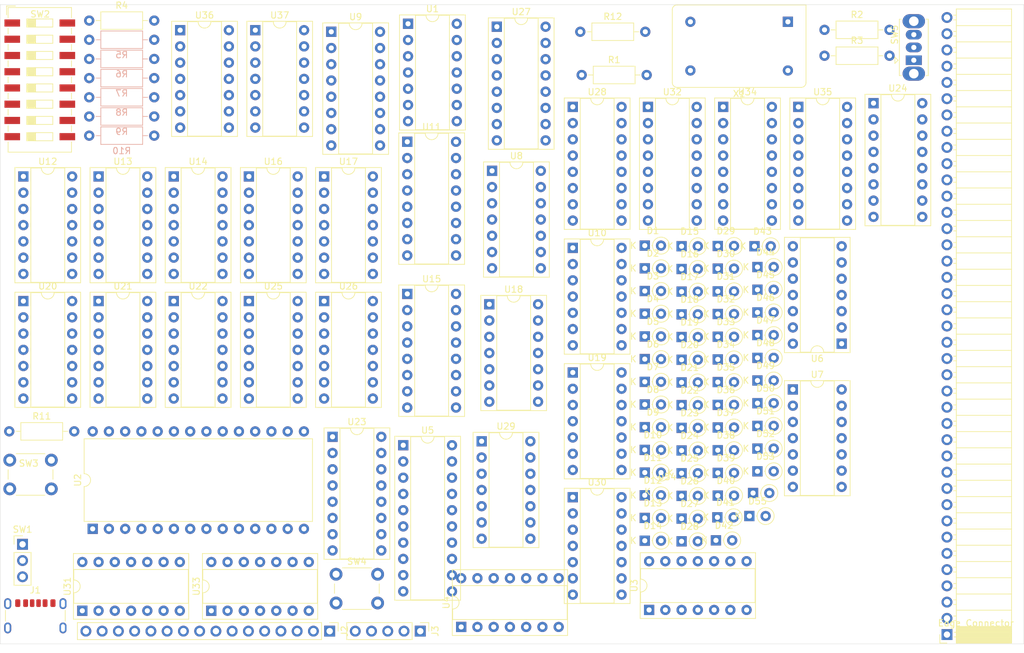
<source format=kicad_pcb>
(kicad_pcb (version 20240108) (generator "pcbnew") (generator_version "8.0")
  (layers (0 "F.Cu" signal) (31 "B.Cu" signal) (34 "B.Paste" user) (35 "F.Paste" user) (36 "B.SilkS" user "B.Silkscreen") (37 "F.SilkS" user "F.Silkscreen") (38 "B.Mask" user) (39 "F.Mask" user) (44 "Edge.Cuts" user))
  (net 0 "")
  (net 1 "GND")
  (net 2 "/D2")
  (net 3 "ST")
  (net 4 "/D1")
  (net 5 "OPERATION")
  (net 6 "/D4")
  (net 7 "/D0")
  (net 8 "/D6")
  (net 9 "/D7")
  (net 10 "outputA")
  (net 11 "+5V")
  (net 12 "Net-(D6-K)")
  (net 13 "ROMnCS")
  (net 14 "Net-(D10-K)")
  (net 15 "/D3")
  (net 16 "/D5")
  (net 17 "outputLI")
  (net 18 "WRITE")
  (net 19 "outputTEMP")
  (net 20 "CLK")
  (net 21 "MEMACCESS")
  (net 22 "Net-(D18-A)")
  (net 23 "Net-(D18-K)")
  (net 24 "Net-(D20-A)")
  (net 25 "/BOUT0")
  (net 26 "/BOUT2")
  (net 27 "/BOUT3")
  (net 28 "/BOUT1")
  (net 29 "Net-(D20-K)")
  (net 30 "Net-(D21-A)")
  (net 31 "Net-(D22-A)")
  (net 32 "Net-(D26-A)")
  (net 33 "AB")
  (net 34 "Net-(D28-K)")
  (net 35 "/SI0")
  (net 36 "/SI3")
  (net 37 "/SI2")
  (net 38 "/SI1")
  (net 39 "nLDINST")
  (net 40 "nAB")
  (net 41 "/Inst2")
  (net 42 "nCIN")
  (net 43 "Net-(D30-K)")
  (net 44 "SignFlag")
  (net 45 "/Inst0")
  (net 46 "/Inst1")
  (net 47 "Net-(D34-K)")
  (net 48 "Net-(D34-A)")
  (net 49 "LDINST")
  (net 50 "Net-(D35-A)")
  (net 51 "RESET")
  (net 52 "NAND")
  (net 53 "JP")
  (net 54 "LD")
  (net 55 "JPC")
  (net 56 "CMP")
  (net 57 "LDI")
  (net 58 "ADD")
  (net 59 "Net-(D36-A)")
  (net 60 "Net-(D37-A)")
  (net 61 "PerformJump")
  (net 62 "Net-(D38-A)")
  (net 63 "Net-(D40-K)")
  (net 64 "Net-(D42-K)")
  (net 65 "ADDRESSING")
  (net 66 "ALUOP")
  (net 67 "Net-(D44-K)")
  (net 68 "OP1")
  (net 69 "OP2")
  (net 70 "Net-(D46-A)")
  (net 71 "Net-(D46-K)")
  (net 72 "INCPC")
  (net 73 "Net-(D47-A)")
  (net 74 "/AOUT0")
  (net 75 "/AOUT1")
  (net 76 "Net-(D48-A)")
  (net 77 "/AOUT2")
  (net 78 "writeA")
  (net 79 "/TEMPOUT1")
  (net 80 "/TEMPOUT3")
  (net 81 "/TEMPOUT0")
  (net 82 "Net-(D48-K)")
  (net 83 "/TEMPOUT2")
  (net 84 "Net-(D49-A)")
  (net 85 "writeB")
  (net 86 "Net-(D50-A)")
  (net 87 "Net-(D51-A)")
  (net 88 "Net-(D52-A)")
  (net 89 "Net-(D53-A)")
  (net 90 "Net-(D54-A)")
  (net 91 "Net-(D55-A)")
  (net 92 "Net-(U1-Pad8)")
  (net 93 "Net-(U34-CEP)")
  (net 94 "Net-(U2-~{OE})")
  (net 95 "/A0")
  (net 96 "/A2")
  (net 97 "/A7")
  (net 98 "/A4")
  (net 99 "/A5")
  (net 100 "/A3")
  (net 101 "/A6")
  (net 102 "/A1")
  (net 103 "/DB2")
  (net 104 "/DB0")
  (net 105 "/DB1")
  (net 106 "/DB3")
  (net 107 "outputB")
  (net 108 "Net-(U10-Pad8)")
  (net 109 "Net-(U11-S2)")
  (net 110 "Net-(U11-S3)")
  (net 111 "Net-(U11-S1)")
  (net 112 "CIN")
  (net 113 "Net-(U11-S4)")
  (net 114 "COUT")
  (net 115 "Net-(U12-Pad11)")
  (net 116 "Net-(U12-Pad3)")
  (net 117 "Net-(U12-Pad6)")
  (net 118 "Net-(U12-Pad8)")
  (net 119 "outputSI")
  (net 120 "Net-(U35-CP)")
  (net 121 "Net-(U14-Pad8)")
  (net 124 "Net-(U15-Q0)")
  (net 126 "Net-(U15-Q1)")
  (net 127 "ZeroFlag")
  (net 128 "Net-(U16-Pad4)")
  (net 129 "EqualFlag")
  (net 130 "Net-(U16-Pad2)")
  (net 131 "Net-(U16-Pad6)")
  (net 132 "/ALU0")
  (net 133 "CRES")
  (net 134 "/ALU1")
  (net 135 "/ALU2")
  (net 136 "/ALU3")
  (net 137 "Net-(U35-~{MR})")
  (net 143 "Net-(U25-Pad3)")
  (net 144 "Net-(U25-Pad13)")
  (net 146 "Net-(U32-O0)")
  (net 147 "Net-(U32-O2)")
  (net 148 "Net-(U32-O1)")
  (net 149 "Net-(U32-O3)")
  (net 150 "Net-(U32-O4)")
  (net 151 "Device0")
  (net 152 "Net-(U32-O7)")
  (net 153 "Device3")
  (net 154 "Device2")
  (net 155 "Net-(U32-O5)")
  (net 156 "Net-(U32-O6)")
  (net 157 "Device1")
  (net 158 "Net-(U34-Q0)")
  (net 159 "Net-(U34-Q3)")
  (net 160 "Net-(U34-Q2)")
  (net 161 "Net-(U34-Q1)")
  (net 162 "Net-(U35-Q2)")
  (net 163 "Net-(U35-Q0)")
  (net 164 "Net-(U35-Q1)")
  (net 165 "Net-(U35-Q3)")
  (net 167 "Net-(U14-Pad11)")
  (net 169 "Net-(J1-CC1)")
  (net 170 "Net-(J1-CC2)")
  (net 171 "Net-(U2-A12)")
  (net 172 "Net-(U2-A14)")
  (net 173 "Net-(U2-A8)")
  (net 174 "Net-(U2-A11)")
  (net 175 "Net-(U2-A10)")
  (net 176 "Net-(U2-A13)")
  (net 177 "Net-(U2-A9)")
  (net 178 "Net-(SW5-A)")
  (net 179 "Net-(SW1-A)")
  (net 180 "Net-(SW1-C)")
  (net 182 "Net-(SW5-B)")
  (footprint "Package_DIP:DIP-14_W7.62mm_Socket" (layer "F.Cu") (at 84.5 120.81 90)
    (property "Reference" "U33")
    (property "Value" "PCL_BUFFER")
  )
  (footprint "Package_DIP:DIP-14_W7.62mm_Socket" (layer "F.Cu") (at 66.88 52.88)
    (property "Reference" "U13")
    (property "Value" "SI_BUFFER")
  )
  (footprint "Connector_USB:USB_C_Receptacle_GCT_USB4125-xx-x_6P_TopMnt_Horizontal" (layer "F.Cu") (at 57 122.7)
    (property "Reference" "J1")
    (property "Value" "USB")
  )
  (footprint "Button_Switch_THT:SW_Slide_SPDT_Straight_CK_OS102011MS2Q" (layer "F.Cu") (at 194.2975 34.7025 90)
    (property "Reference" "SW5")
    (property "Value" "SW_SPDT")
  )
  (footprint "Diode_THT:D_DO-35_SOD27_P2.54mm_Vertical_KathodeUp" (layer "F.Cu") (at 152.25 85)
    (property "Reference" "D7")
    (property "Value" "D")
  )
  (footprint "Diode_THT:D_DO-35_SOD27_P2.54mm_Vertical_KathodeUp" (layer "F.Cu") (at 168.6 106)
    (property "Reference" "D55")
    (property "Value" "D")
  )
  (footprint "Diode_THT:D_DO-35_SOD27_P2.54mm_Vertical_KathodeUp" (layer "F.Cu") (at 158 92.2)
    (property "Reference" "D23")
    (property "Value" "D")
  )
  (footprint "Package_DIP:DIP-16_W7.62mm_Socket" (layer "F.Cu") (at 188 41.42)
    (property "Reference" "U24")
    (property "Value" "AREG")
  )
  (footprint "Package_DIP:DIP-14_W7.62mm_Socket" (layer "F.Cu") (at 141 103.05)
    (property "Reference" "U30")
    (property "Value" "DEVICES_BUFFER")
  )
  (footprint "Diode_THT:D_DO-35_SOD27_P2.54mm_Vertical_KathodeUp" (layer "F.Cu") (at 169.86 95.45)
    (property "Reference" "D52")
    (property "Value" "D")
  )
  (footprint "Package_DIP:DIP-14_W7.62mm_Socket" (layer "F.Cu") (at 55.13 52.88)
    (property "Reference" "U12")
    (property "Value" "ALU_NAND")
  )
  (footprint "Resistor_THT:R_Axial_DIN0207_L6.3mm_D2.5mm_P10.16mm_Horizontal" (layer "F.Cu") (at 142.17 30.25)
    (property "Reference" "R12")
    (property "Value" "10k")
  )
  (footprint "Package_DIP:DIP-14_W7.62mm_Socket" (layer "F.Cu") (at 128.38 52)
    (property "Reference" "U8")
    (property "Value" "74LS125")
  )
  (footprint "Oscillator:Oscillator_DIP-14" (layer "F.Cu") (at 174.62 28.69 180)
    (property "Reference" "X1")
    (property "Value" "1MHz")
  )
  (footprint "Package_DIP:DIP-14_W7.62mm_Socket" (layer "F.Cu") (at 90.38 72.38)
    (property "Reference" "U25")
    (property "Value" "74LS00")
  )
  (footprint "Diode_THT:D_DO-35_SOD27_P2.54mm_Vertical_KathodeUp" (layer "F.Cu") (at 158 63.8)
    (property "Reference" "D15")
    (property "Value" "D")
  )
  (footprint "Button_Switch_THT:SW_PUSH_6mm_H5mm" (layer "F.Cu") (at 53 97.25)
    (property "Reference" "SW3")
    (property "Value" "SW_Push")
  )
  (footprint "Package_DIP:DIP-14_W7.62mm_Socket" (layer "F.Cu") (at 127.95 72.875)
    (property "Reference" "U18")
    (property "Value" "ALU_NAND_BUFFER")
  )
  (footprint "Package_DIP:DIP-14_W7.62mm_Socket" (layer "F.Cu") (at 64.34 120.81 90)
    (property "Reference" "U31")
    (property "Value" "PCH_BUFFER")
  )
  (footprint "Package_DIP:DIP-16_W7.62mm_Socket" (layer "F.Cu") (at 164.5 42)
    (property "Reference" "U34")
    (property "Value" "PCH")
  )
  (footprint "Diode_THT:D_DO-35_SOD27_P2.54mm_Vertical_KathodeUp" (layer "F.Cu") (at 158 78)
    (property "Reference" "D19")
    (property "Value" "D")
  )
  (footprint "Diode_THT:D_DO-35_SOD27_P2.54mm_Vertical_KathodeUp" (layer "F.Cu") (at 152.25 77.9)
    (property "Reference" "D5")
    (property "Value" "D")
  )
  (footprint "Resistor_THT:R_Axial_DIN0207_L6.3mm_D2.5mm_P10.16mm_Horizontal" (layer "F.Cu") (at 65.42 28.5)
    (property "Reference" "R4")
    (property "Value" "10K")
  )
  (footprint "Package_DIP:DIP-16_W7.62mm_Socket" (layer "F.Cu") (at 152.75 42)
    (property "Reference" "U32")
    (property "Value" "74LS138")
  )
  (footprint "Diode_THT:D_DO-35_SOD27_P2.54mm_Vertical_KathodeUp" (layer "F.Cu") (at 152.25 102.75)
    (property "Reference" "D12")
    (property "Value" "D")
  )
  (footprint "Diode_THT:D_DO-35_SOD27_P2.54mm_Vertical_KathodeUp" (layer "F.Cu") (at 163.66 81.5)
    (property "Reference" "D34")
    (property "Value" "D")
  )
  (footprint "Diode_THT:D_DO-35_SOD27_P2.54mm_Vertical_KathodeUp" (layer "F.Cu") (at 152.25 106.3)
    (property "Reference" "D13")
    (property "Value" "D")
  )
  (footprint "Diode_THT:D_DO-35_SOD27_P2.54mm_Vertical_KathodeUp" (layer "F.Cu") (at 152.25 92.1)
    (property "Reference" "D9")
    (property "Value" "D")
  )
  (footprint "Resistor_THT:R_Axial_DIN0207_L6.3mm_D2.5mm_P10.16mm_Horizontal" (layer "F.Cu") (at 180.34 29.95)
    (property "Reference" "R2")
    (property "Value" "5.1K")
  )
  (footprint "Connector_PinHeader_2.54mm:PinHeader_1x16_P2.54mm_Vertical" (layer "F.Cu") (at 103 124 -90)
    (property "Reference" "J2")
    (property "Value" "READOUT")
  )
  (footprint "Package_DIP:DIP-14_W7.62mm_Socket" (layer "F.Cu") (at 102.13 52.88)
    (property "Reference" "U17")
    (property "Value" "MISC")
  )
  (footprint "Connector_PinHeader_2.54mm:PinHeader_1x03_P2.54mm_Vertical" (layer "F.Cu") (at 55 110.42)
    (property "Reference" "SW1")
    (property "Value" "SW_SPDT")
  )
  (footprint "Diode_THT:D_DO-35_SOD27_P2.54mm_Vertical_KathodeUp" (layer "F.Cu") (at 169.4 63.8)
    (property "Reference" "D43")
    (property "Value" "D")
  )
  (footprint "Package_DIP:DIP-14_W7.62mm_Socket" (layer "F.Cu") (at 126.75 94.3)
    (property "Reference" "U29")
    (property "Value" "FLAGS_BUFFER")
  )
  (footprint "Package_DIP:DIP-16_W7.62mm_Socket" (layer "F.Cu") (at 141 42)
    (property "Reference" "U28")
    (property "Value" "BREG")
  )
  (footprint "Package_DIP:DIP-14_W7.62mm_Socket" (layer "F.Cu") (at 123.555 123.345 90)
    (property "Reference" "U4")
    (property "Value" "DB_OUT_BUFFER")
  )
  (footprint "Diode_THT:D_DO-35_SOD27_P2.54mm_Vertical_KathodeUp" (layer "F.Cu") (at 163.66 85.05)
    (property "Reference" "D35")
    (property "Value" "D")
  )
  (footprint "Package_DIP:DIP-14_W7.62mm_Socket" (layer "F.Cu") (at 115.25 29)
    (property "Reference" "U1")
    (property "Value" "74LS14")
  )
  (footprint "Package_DIP:DIP-16_W7.62mm_Socket" (layer "F.Cu") (at 176.25 42)
    (property "Reference" "U35")
    (property "Value" "PCL")
  )
  (footprint "Diode_THT:D_DO-35_SOD27_P2.54mm_Vertical_KathodeUp" (layer "F.Cu") (at 158 102.85)
    (property "Reference" "D26")
    (property "Value" "D")
  )
  (footprint "Diode_THT:D_DO-35_SOD27_P2.54mm_Vertical_KathodeUp" (layer "F.Cu") (at 163.66 102.8)
    (property "Reference" "D40")
    (property "Value" "D")
  )
  (footprint "Diode_THT:D_DO-35_SOD27_P2.54mm_Vertical_KathodeUp" (layer "F.Cu") (at 169.86 67.05)
    (property "Reference" "D44")
    (property "Value" "D")
  )
  (footprint "Package_DIP:DIP-14_W7.62mm_Socket" (layer "F.Cu") (at 91.38 30)
    (property "Reference" "U37")
    (property "Value" "SI_ADR_BUFFER")
  )
  (footprint "Diode_THT:D_DO-35_SOD27_P2.54mm_Vertical_KathodeUp" (layer "F.Cu") (at 152.25 63.7)
    (property "Reference" "D1")
    (property "Value" "D")
  )
  (footprint "Package_DIP:DIP-16_W7.62mm_Socket" (layer "F.Cu") (at 103.25 30.25)
    (property "Reference" "U9")
    (property "Value" "74LS138")
  )
  (footprint "Connector_PinSocket_2.54mm:PinSocket_1x39_P2.54mm_Horizontal" (layer "F.Cu") (at 199.48 124.54 180)
    (property "Reference" "Edge Connector")
    (property "Value" "PinSocket_1x39_P2.54mm_Horizontal")
  )
  (footprint "Diode_THT:D_DO-35_SOD27_P2.54mm_Vertical_KathodeUp" (layer "F.Cu") (at 163.66 77.95)
    (property "Reference" "D33")
    (property "Value" "D")
  )
  (footprint "Resistor_THT:R_Axial_DIN0207_L6.3mm_D2.5mm_P10.16mm_Horizontal" (layer "F.Cu") (at 142.39 37.01)
    (property "Reference" "R1")
    (property "Value" "1k")
  )
  (footprint "Diode_THT:D_DO-35_SOD27_P2.54mm_Vertical_KathodeUp" (layer "F.Cu") (at 158 85.1)
    (property "Reference" "D21")
    (property "Value" "D")
  )
  (footprint "Diode_THT:D_DO-35_SOD27_P2.54mm_Vertical_KathodeUp" (layer "F.Cu") (at 169.86 70.6)
    (property "Reference" "D45")
    (property "Value" "D")
  )
  (footprint "Diode_THT:D_DO-35_SOD27_P2.54mm_Vertical_KathodeUp" (layer "F.Cu") (at 169.86 99)
    (property "Reference" "D53")
    (property "Value" "D")
  )
  (footprint "Diode_THT:D_DO-35_SOD27_P2.54mm_Vertical_KathodeUp" (layer "F.Cu") (at 152.25 67.25)
    (property "Reference" "D2")
    (property "Value" "D")
  )
  (footprint "Diode_THT:D_DO-35_SOD27_P2.54mm_Vertical_KathodeUp" (layer "F.Cu") (at 158 99.3)
    (property "Reference" "D25")
    (property "Value" "D")
  )
  (footprint "Resistor_THT:R_Axial_DIN0207_L6.3mm_D2.5mm_P10.16mm_Horizontal" (layer "F.Cu") (at 180.34 34)
    (property "Reference" "R3")
    (property "Value" "5.1K")
  )
  (footprint "Diode_THT:D_DO-35_SOD27_P2.54mm_Vertical_KathodeUp" (layer "F.Cu") (at 163.66 95.7)
    (property "Reference" "D38")
    (property "Value" "D")
  )
  (footprint "Diode_THT:D_DO-35_SOD27_P2.54mm_Vertical_KathodeUp" (layer "F.Cu") (at 158 106.4)
    (property "Reference" "D27")
    (property "Value" "D")
  )
  (footprint "Diode_THT:D_DO-35_SOD27_P2.54mm_Vertical_KathodeUp" (layer "F.Cu") (at 163.66 99.25)
    (property "Reference" "D39")
    (property "Value" "D")
  )
  (footprint "Diode_THT:D_DO-35_SOD27_P2.54mm_Vertical_KathodeUp" (layer "F.Cu") (at 163.66 88.6)
    (property "Reference" "D36")
    (property "Value" "D")
  )
  (footprint "Diode_THT:D_DO-35_SOD27_P2.54mm_Vertical_KathodeUp" (layer "F.Cu") (at 169.86 77.7)
    (property "Reference" "D47")
    (property "Value" "D")
  )
  (footprint "Diode_THT:D_DO-35_SOD27_P2.54mm_Vertical_KathodeUp" (layer "F.Cu") (at 158 81.55)
    (property "Reference" "D20")
    (property "Value" "D")
  )
  (footprint "Diode_THT:D_DO-35_SOD27_P2.54mm_Vertical_KathodeUp" (layer "F.Cu") (at 158 95.75)
    (property "Reference" "D24")
    (property "Value" "D")
  )
  (footprint "Diode_THT:D_DO-35_SOD27_P2.54mm_Vertical_KathodeUp" (layer "F.Cu") (at 163.66 70.85)
    (property "Reference" "D31")
    (property "Value" "D")
  )
  (footprint "Diode_THT:D_DO-35_SOD27_P2.54mm_Vertical_KathodeUp" (layer "F.Cu") (at 152.25 109.85)
    (property "Reference" "D14")
    (property "Value" "D")
  )
  (footprint "Diode_THT:D_DO-35_SOD27_P2.54mm_Vertical_KathodeUp" (layer "F.Cu") (at 152.25 81.45)
    (property "Reference" "D6")
    (property "Value" "D")
  )
  (footprint "Diode_THT:D_DO-35_SOD27_P2.54mm_Vertical_KathodeUp" (layer "F.Cu") (at 169.86 91.9)
    (property "Reference" "D51")
    (property "Value" "D")
  )
  (footprint "Diode_THT:D_DO-35_SOD27_P2.54mm_Vertical_KathodeUp" (layer "F.Cu") (at 163.66 63.75)
    (property "Reference" "D29")
    (property "Value" "D")
  )
  (footprint "Package_DIP:DIP-14_W7.62mm_Socket" (layer "F.Cu") (at 152.925 120.685 90)
    (property "Reference" "U3")
    (property "Value" "B_OUT_BUFFER")
  )
  (footprint "Diode_THT:D_DO-35_SOD27_P2.54mm_Vertical_KathodeUp" (layer "F.Cu") (at 169.86 81.25)
    (property "Reference" "D48")
    (property "Value" "D")
  )
  (footprint "Diode_THT:D_DO-35_SOD27_P2.54mm_Vertical_KathodeUp" (layer "F.Cu") (at 163.66 67.3)
    (property "Reference" "D30")
    (property "Value" "D")
  )
  (footprint "Diode_THT:D_DO-35_SOD27_P2.54mm_Vertical_KathodeUp" (layer "F.Cu") (at 163.374315 109.8)
    (property "Reference" "D42")
    (property "Value" "D")
  )
  (footprint "Package_DIP:DIP-14_W7.62mm_Socket" (layer "F.Cu") (at 90.38 52.88)
    (property "Reference" "U16")
    (property "Value" "74LS14")
  )
  (footprint "Diode_THT:D_DO-35_SOD27_P2.54mm_Vertical_KathodeUp" (layer "F.Cu") (at 152.25 95.65)
    (property "Reference" "D10")
    (property "Value" "D")
  )
  (footprint "Package_DIP:DIP-14_W7.62mm_Socket" (layer "F.Cu") (at 79.63 30)
    (property "Reference" "U36")
    (property "Value" "ADR_BUFFER")
  )
  (footprint "Package_DIP:DIP-16_W7.62mm_Socket" (layer "F.Cu") (at 115.13 47.46)
    (property "Reference" "U11")
    (property "Value" "ALU_ADD")
  )
  (footprint "Diode_THT:D_DO-35_SOD27_P2.54mm_Vertical_KathodeUp" (layer "F.Cu") (at 158 70.9)
    (property "Reference" "D17")
    (property "Value" "D")
  )
  (footprint "Diode_THT:D_DO-35_SOD27_P2.54mm_Vertical_KathodeUp" (layer "F.Cu") (at 163.6 106.2)
    (property "Reference" "D41")
    (property "Value" "D")
  )
  (footprint "Diode_THT:D_DO-35_SOD27_P2.54mm_Vertical_KathodeUp" (layer "F.Cu") (at 152.25 88.55)
    (property "Reference" "D8")
    (property "Value" "D")
  )
  (footprint "Package_DIP:DIP-14_W7.62mm_Socket" (layer "F.Cu") (at 183.02 79.04 180)
    (property "Reference" "U6")
    (property "Value" "TEMP_BUFFER")
  )
  (footprint "Package_DIP:DIP-14_W7.62mm_Socket" (layer "F.Cu") (at 175.4 86.2)
    (property "Reference" "U7")
    (property "Value" "B_BUFFER")
  )
  (footprint "Button_Switch_SMD:SW_DIP_SPSTx08_Slide_9.78x22.5mm_W8.61mm_P2.54mm" (layer "F.Cu") (at 57.695 37.77)
    (property "Reference" "SW2")
    (property "Value" "PRG_SELECT")
  )
  (footprint "Diode_THT:D_DO-35_SOD27_P2.54mm_Vertical_KathodeUp" (layer "F.Cu") (at 158 109.95)
    (property "Reference" "D28")
    (property "Value" "D")
  )
  (footprint "Package_DIP:DIP-14_W7.62mm_Socket" (layer "F.Cu") (at 102.13 72.38)
    (property "Reference" "U26")
    (property "Value" "XOR_EQUAL")
  )
  (footprint "Diode_THT:D_DO-35_SOD27_P2.54mm_Vertical_KathodeUp" (layer "F.Cu") (at 163.66 74.4)
    (property "Reference" "D32")
    (property "Value" "D")
  )
  (footprint "Package_DIP:DIP-16_W7.62mm_Socket" (layer "F.Cu") (at 129.13 29.46)
    (property "Reference" "U27")
    (property "Value" "TEMP")
  )
  (footprint "Package_DIP:DIP-20_W7.62mm_Socket" (layer "F.Cu") (at 114.5 94.92)
    (property "Reference" "U5")
    (property "Value" "INSTSTORe")
  )
  (footprint "Resistor_THT:R_Axial_DIN0207_L6.3mm_D2.5mm_P10.16mm_Horizontal" (layer "F.Cu") (at 52.92 92.75)
    (property "Reference" "R11")
    (property "Value" "10k")
  )
  (footprint "Package_DIP:DIP-16_W7.62mm_Socket" (layer "F.Cu") (at 103.45 93.6)
    (property "Reference" "U23")
    (property "Value" "CLKDIV2")
  )
  (footprint "Diode_THT:D_DO-35_SOD27_P2.54mm_Vertical_KathodeUp" (layer "F.Cu") (at 169.86 74.15)
    (property "Reference" "D46")
    (property "Value" "D")
  )
  (footprint "Diode_THT:D_DO-35_SOD27_P2.54mm_Vertical_KathodeUp" (layer "F.Cu") (at 152.25 70.8)
    (property "Reference" "D3")
    (property "Value" "D")
  )
  (footprint "Diode_THT:D_DO-35_SOD27_P2.54mm_Vertical_KathodeUp" (layer "F.Cu") (at 158 67.35)
    (property "Reference" "D16")
    (property "Value" "D")
  )
  (footprint "Diode_THT:D_DO-35_SOD27_P2.54mm_Vertical_KathodeUp" (layer "F.Cu") (at 169.86 88.35)
    (property "Reference" "D50")
    (property "Value" "D")
  )
  (footprint "Package_DIP:DIP-28_W15.24mm" (layer "F.Cu") (at 65.96 108 90)
    (property "Reference" "U2")
    (property "Value" "MEMORY")
  )
  (footprint "Diode_THT:D_DO-35_SOD27_P2.54mm_Vertical_KathodeUp" (layer "F.Cu") (at 158 88.65)
    (property "Reference" "D22")
    (property "Value" "D")
  )
  (footprint "Package_DIP:DIP-14_W7.62mm_Socket" (layer "F.Cu") (at 141 83.55)
    (property "Reference" "U19")
    (property "Value" "74LS11")
  )
  (footprint "Package_DIP:DIP-14_W7.62mm_Socket" (layer "F.Cu") (at 141 64.05)
    (property "Reference" "U10")
    (property "Value" "74LS11")
  )
  (footprint "Diode_THT:D_DO-35_SOD27_P2.54mm_Vertical_KathodeUp" (layer "F.Cu") (at 163.66 92.15)
    (property "Reference" "D37")
    (property "Value" "D")
  )
  (footprint "Package_DIP:DIP-14_W7.62mm_Socket" (layer "F.Cu") (at 78.63 52.88)
    (property "Reference" "U14")
    (property "Value" "74LS00")
  )
  (footprint "Diode_THT:D_DO-35_SOD27_P2.54mm_Vertical_KathodeUp" (layer "F.Cu") (at 158 74.45)
    (property "Reference" "D18")
    (property "Value" "D")
  )
  (footprint "Connector_PinHeader_2.54mm:PinHeader_1x05_P2.54mm_Vertical" (layer "F.Cu") (at 117.16 124 -90)
    (property "Reference" "J3")
    (property "Value" "DEVICES")
  )
  (footprint "Diode_THT:D_DO-35_SOD27_P2.54mm_Vertical_KathodeUp" (layer "F.Cu") (at 169.174315 102.4)
    (property "Reference" "D54")
    (property "Value" "D")
  )
  (footprint "Diode_THT:D_DO-35_SOD27_P2.54mm_Vertical_KathodeUp" (layer "F.Cu") (at 169.86 84.8)
    (property "Reference" "D49")
    (property "Value" "D")
  )
  (footprint "Package_DIP:DIP-14_W7.62mm_Socket" (layer "F.Cu") (at 78.63 72.38)
    (property "Reference" "U22")
    (property "Value" "ALU_ADD_BUFFER")
  )
  (footprint "Package_DIP:DIP-14_W7.62mm_Socket" (layer "F.Cu") (at 55.13 72.38)
    (property "Reference" "U20")
    (property "Value" "74LS11")
  )
  (footprint "Package_DIP:DIP-14_W7.62mm_Socket" (layer "F.Cu") (at 66.88 72.38)
    (property "Reference" "U21")
    (property "Value" "A_BUFFER")
  )
  (footprint "Diode_THT:D_DO-35_SOD27_P2.54mm_Vertical_KathodeUp" (layer "F.Cu") (at 152.25 74.35)
    (property "Reference" "D4")
    (property "Value" "D")
  )
  (footprint "Diode_THT:D_DO-35_SOD27_P2.54mm_Vertical_KathodeUp" (layer "F.Cu") (at 152.25 99.2)
    (property "Reference" "D11")
    (property "Value" "D")
  )
  (footprint "Package_DIP:DIP-16_W7.62mm_Socket" (layer "F.Cu") (at 115.13 71.25)
    (property "Reference" "U15")
    (property "Value" "CLKDIV")
  )
  (footprint "Button_Switch_THT:SW_PUSH_6mm_H5mm" (layer "F.Cu") (at 104 115.1)
    (property "Reference" "SW4")
    (property "Value" "SW_Push")
  )
  (footprint "Resistor_THT:R_Axial_DIN0207_L6.3mm_D2.5mm_P10.16mm_Horizontal" (layer "B.Cu") (at 65.42 31.5)
    (property "Reference" "R5")
    (property "Value" "10K")
  )
  (footprint "Resistor_THT:R_Axial_DIN0207_L6.3mm_D2.5mm_P10.16mm_Horizontal" (layer "B.Cu") (at 65.42 40.5)
    (property "Reference" "R8")
    (property "Value" "10K")
  )
  (footprint "Resistor_THT:R_Axial_DIN0207_L6.3mm_D2.5mm_P10.16mm_Horizontal" (layer "B.Cu") (at 65.42 46.5)
    (property "Reference" "R10")
    (property "Value" "10K")
  )
  (footprint "Resistor_THT:R_Axial_DIN0207_L6.3mm_D2.5mm_P10.16mm_Horizontal" (layer "B.Cu") (at 65.42 43.5)
    (property "Reference" "R9")
    (property "Value" "10K")
  )
  (footprint "Resistor_THT:R_Axial_DIN0207_L6.3mm_D2.5mm_P10.16mm_Horizontal" (layer "B.Cu") (at 65.42 34.5)
    (property "Reference" "R6")
    (property "Value" "10K")
  )
  (footprint "Resistor_THT:R_Axial_DIN0207_L6.3mm_D2.5mm_P10.16mm_Horizontal" (layer "B.Cu") (at 65.42 37.5)
    (property "Reference" "R7")
    (property "Value" "10K")
  )
  (gr_rect (start 51.5 26) (end 211.5 126) (stroke (width 0.05)) (fill none) (layer "Edge.Cuts"))
)
</source>
